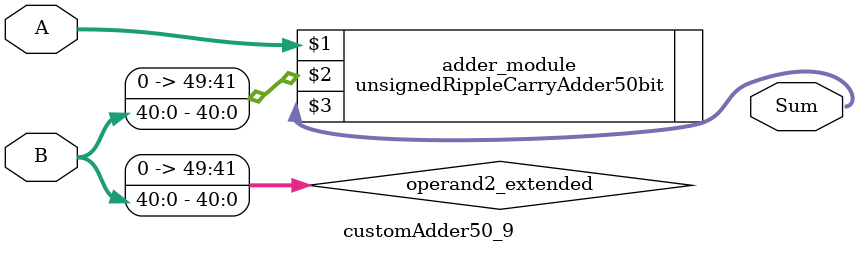
<source format=v>
module customAdder50_9(
                        input [49 : 0] A,
                        input [40 : 0] B,
                        
                        output [50 : 0] Sum
                );

        wire [49 : 0] operand2_extended;
        
        assign operand2_extended =  {9'b0, B};
        
        unsignedRippleCarryAdder50bit adder_module(
            A,
            operand2_extended,
            Sum
        );
        
        endmodule
        
</source>
